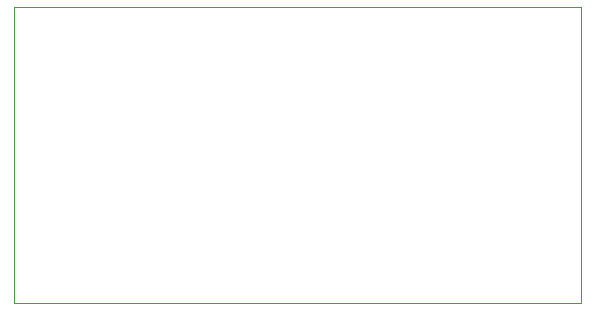
<source format=gbr>
%FSLAX34Y34*%
%MOMM*%
%LNOUTLINE*%
G71*
G01*
%ADD10C,0.002*%
%LPD*%
G54D10*
X0Y250000D02*
X480000Y250000D01*
X480000Y0D01*
X0Y0D01*
X0Y250000D01*
M02*

</source>
